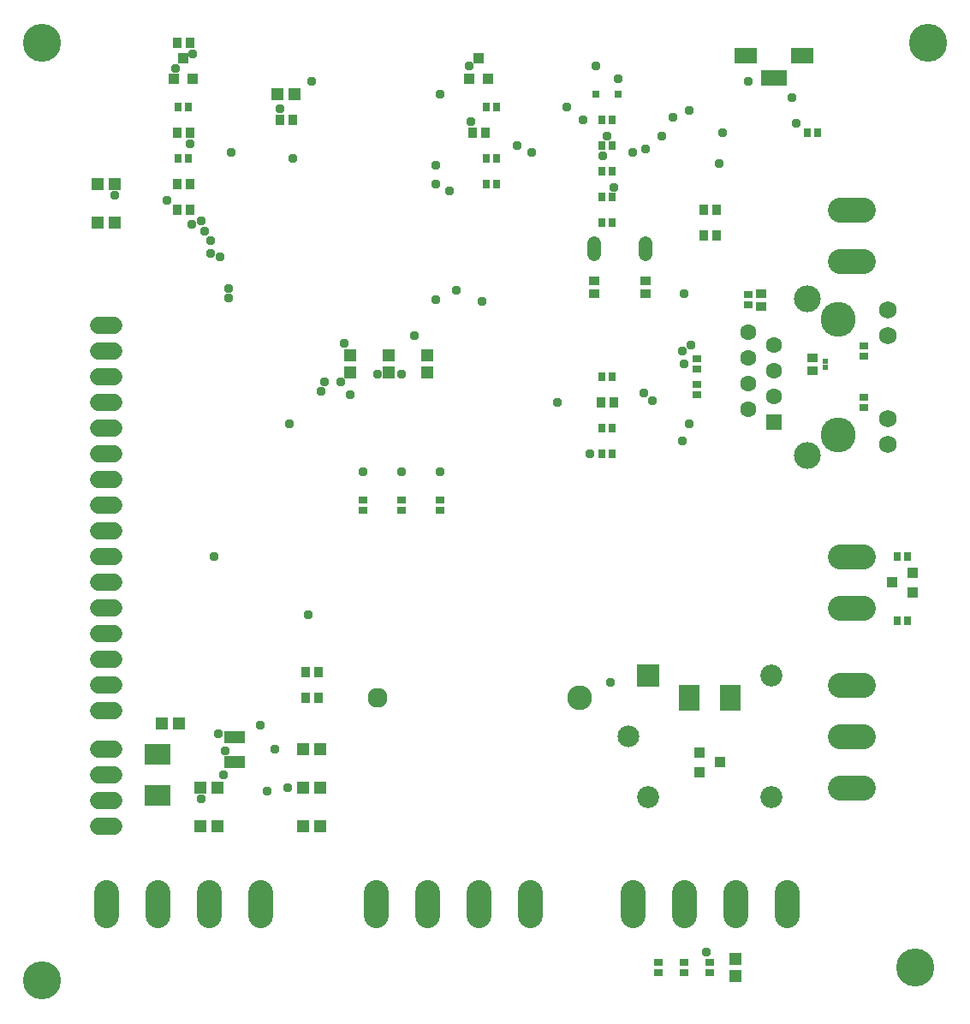
<source format=gbr>
G04 EAGLE Gerber RS-274X export*
G75*
%MOMM*%
%FSLAX34Y34*%
%LPD*%
%INSoldermask Bottom*%
%IPPOS*%
%AMOC8*
5,1,8,0,0,1.08239X$1,22.5*%
G01*
%ADD10C,1.958200*%
%ADD11C,2.453200*%
%ADD12R,1.303200X1.203200*%
%ADD13R,0.903200X1.103200*%
%ADD14R,1.103200X0.903200*%
%ADD15R,1.203200X1.303200*%
%ADD16R,0.703200X0.703200*%
%ADD17R,2.603200X2.003200*%
%ADD18R,2.003200X2.603200*%
%ADD19C,2.489200*%
%ADD20R,1.601200X1.601200*%
%ADD21C,1.601200*%
%ADD22C,1.733200*%
%ADD23C,2.648200*%
%ADD24C,3.453200*%
%ADD25R,2.271009X1.504012*%
%ADD26R,2.237781X1.505469*%
%ADD27R,2.505341X1.512391*%
%ADD28C,0.703200*%
%ADD29R,0.603200X0.583200*%
%ADD30R,1.003200X1.103200*%
%ADD31C,1.320800*%
%ADD32R,1.103200X1.003200*%
%ADD33R,2.003200X1.203200*%
%ADD34R,0.803200X0.903200*%
%ADD35R,0.903200X0.803200*%
%ADD36R,2.183200X2.183200*%
%ADD37C,2.138200*%
%ADD38C,2.183200*%
%ADD39C,1.727200*%
%ADD40C,0.959600*%
%ADD41C,3.759200*%


D10*
X369900Y317500D03*
D11*
X569900Y317500D03*
D12*
X110100Y787400D03*
X93100Y787400D03*
D13*
X463400Y876300D03*
X476400Y876300D03*
X184300Y876300D03*
X171300Y876300D03*
X311300Y342900D03*
X298300Y342900D03*
X311300Y317500D03*
X298300Y317500D03*
X705000Y774700D03*
X692000Y774700D03*
D14*
X800100Y654200D03*
X800100Y641200D03*
D13*
X705000Y800100D03*
X692000Y800100D03*
D12*
X287900Y914400D03*
X270900Y914400D03*
D13*
X272900Y889000D03*
X285900Y889000D03*
D15*
X723900Y42300D03*
X723900Y59300D03*
D13*
X184300Y800100D03*
X171300Y800100D03*
X184300Y825500D03*
X171300Y825500D03*
D12*
X110100Y825500D03*
X93100Y825500D03*
D13*
X603400Y609600D03*
X590400Y609600D03*
D14*
X749300Y704700D03*
X749300Y717700D03*
X635000Y730400D03*
X635000Y717400D03*
X584200Y730400D03*
X584200Y717400D03*
D13*
X184300Y965200D03*
X171300Y965200D03*
D16*
X607900Y914400D03*
X585900Y914400D03*
D17*
X152400Y221050D03*
X152400Y261550D03*
D18*
X718750Y317500D03*
X678250Y317500D03*
D19*
X826770Y457200D02*
X849630Y457200D01*
X849630Y406400D02*
X826770Y406400D01*
D20*
X762000Y590500D03*
D21*
X736600Y603200D03*
X762000Y615900D03*
X736600Y628600D03*
X762000Y641300D03*
X736600Y654000D03*
X762000Y666700D03*
X736600Y679400D03*
D22*
X874500Y568750D03*
X874500Y594150D03*
X874500Y701250D03*
X874500Y675850D03*
D23*
X795000Y557550D03*
X795000Y712450D03*
D24*
X825500Y692150D03*
X825500Y577850D03*
D19*
X254000Y125730D02*
X254000Y102870D01*
X203200Y102870D02*
X203200Y125730D01*
X152400Y125730D02*
X152400Y102870D01*
X101600Y102870D02*
X101600Y125730D01*
D25*
X733895Y952480D03*
D26*
X790061Y952473D03*
D27*
X761973Y930938D03*
D28*
X734000Y952500D03*
X790000Y952500D03*
X762000Y931000D03*
D29*
X812800Y644890D03*
X812800Y650510D03*
D19*
X826770Y800100D02*
X849630Y800100D01*
X849630Y749300D02*
X826770Y749300D01*
X774700Y125730D02*
X774700Y102870D01*
X723900Y102870D02*
X723900Y125730D01*
X673100Y125730D02*
X673100Y102870D01*
X622300Y102870D02*
X622300Y125730D01*
D30*
X177800Y949800D03*
X187300Y929800D03*
X168300Y929800D03*
X469900Y949800D03*
X479400Y929800D03*
X460400Y929800D03*
D31*
X584200Y767588D02*
X584200Y756412D01*
X635000Y756412D02*
X635000Y767588D01*
D32*
X708500Y254000D03*
X688500Y244500D03*
X688500Y263500D03*
D33*
X228600Y279200D03*
X228600Y254200D03*
D32*
X879000Y431800D03*
X899000Y441300D03*
X899000Y422300D03*
D34*
X601900Y889000D03*
X591900Y889000D03*
X487600Y850900D03*
X477600Y850900D03*
X182800Y850900D03*
X172800Y850900D03*
X487600Y825500D03*
X477600Y825500D03*
X601900Y558800D03*
X591900Y558800D03*
D15*
X313300Y190500D03*
X296300Y190500D03*
X313300Y228600D03*
X296300Y228600D03*
X173600Y292100D03*
X156600Y292100D03*
X296300Y266700D03*
X313300Y266700D03*
X194700Y190500D03*
X211700Y190500D03*
D34*
X795100Y876300D03*
X805100Y876300D03*
D15*
X194700Y228600D03*
X211700Y228600D03*
D34*
X487600Y901700D03*
X477600Y901700D03*
X894000Y393700D03*
X884000Y393700D03*
X601900Y812800D03*
X591900Y812800D03*
X591900Y863600D03*
X601900Y863600D03*
X601900Y838200D03*
X591900Y838200D03*
X591900Y787400D03*
X601900Y787400D03*
X894000Y457200D03*
X884000Y457200D03*
D35*
X673100Y55800D03*
X673100Y45800D03*
X698500Y55800D03*
X698500Y45800D03*
X685800Y642700D03*
X685800Y652700D03*
X647700Y55800D03*
X647700Y45800D03*
X355600Y513000D03*
X355600Y503000D03*
X393700Y513000D03*
X393700Y503000D03*
X431800Y513000D03*
X431800Y503000D03*
D12*
X342900Y656200D03*
X342900Y639200D03*
X381000Y656200D03*
X381000Y639200D03*
X419100Y656200D03*
X419100Y639200D03*
D34*
X182800Y901700D03*
X172800Y901700D03*
D35*
X685800Y627300D03*
X685800Y617300D03*
D34*
X591900Y635000D03*
X601900Y635000D03*
X591900Y584200D03*
X601900Y584200D03*
D35*
X736600Y716200D03*
X736600Y706200D03*
X850900Y655400D03*
X850900Y665400D03*
X850900Y614600D03*
X850900Y604600D03*
D36*
X637500Y339400D03*
D37*
X617500Y279400D03*
D38*
X637500Y219400D03*
X759500Y219400D03*
X759500Y339400D03*
D19*
X826770Y330200D02*
X849630Y330200D01*
X849630Y279400D02*
X826770Y279400D01*
X826770Y228600D02*
X849630Y228600D01*
D39*
X109220Y190500D02*
X93980Y190500D01*
X93980Y215900D02*
X109220Y215900D01*
X109220Y241300D02*
X93980Y241300D01*
X93980Y266700D02*
X109220Y266700D01*
D19*
X520700Y125730D02*
X520700Y102870D01*
X469900Y102870D02*
X469900Y125730D01*
X419100Y125730D02*
X419100Y102870D01*
X368300Y102870D02*
X368300Y125730D01*
D39*
X109220Y685800D02*
X93980Y685800D01*
X93980Y660400D02*
X109220Y660400D01*
X109220Y635000D02*
X93980Y635000D01*
X93980Y609600D02*
X109220Y609600D01*
X109220Y584200D02*
X93980Y584200D01*
X93980Y558800D02*
X109220Y558800D01*
X109220Y533400D02*
X93980Y533400D01*
X93980Y508000D02*
X109220Y508000D01*
X109220Y482600D02*
X93980Y482600D01*
X93980Y457200D02*
X109220Y457200D01*
X109220Y431800D02*
X93980Y431800D01*
X93980Y406400D02*
X109220Y406400D01*
X109220Y381000D02*
X93980Y381000D01*
X93980Y355600D02*
X109220Y355600D01*
X109220Y330200D02*
X93980Y330200D01*
X93980Y304800D02*
X109220Y304800D01*
D40*
X254000Y290513D03*
X585788Y942975D03*
X336550Y668338D03*
X161925Y809625D03*
X185738Y785813D03*
X522288Y857250D03*
X427038Y711200D03*
X304800Y927100D03*
X431800Y914400D03*
X711200Y876300D03*
X508000Y863600D03*
X736600Y927100D03*
X214313Y754063D03*
X273050Y900113D03*
X109538Y814388D03*
X596900Y873125D03*
X673100Y717550D03*
X650875Y873125D03*
X187325Y954088D03*
X184150Y865188D03*
X695325Y66675D03*
X406400Y676275D03*
X225425Y857250D03*
X285750Y850900D03*
X195263Y788988D03*
X198438Y779463D03*
X204788Y769938D03*
X204788Y757238D03*
X301625Y400050D03*
X333375Y630238D03*
X460375Y942975D03*
X461963Y887413D03*
X603250Y822325D03*
X557213Y901700D03*
X661988Y892175D03*
X708025Y846138D03*
X169863Y939800D03*
X779463Y911225D03*
X592138Y854075D03*
X573088Y889000D03*
X677863Y898525D03*
X784225Y885825D03*
X635000Y860425D03*
X622300Y857250D03*
X677863Y588963D03*
X671513Y571500D03*
X633413Y619125D03*
X641350Y611188D03*
X673100Y647700D03*
X679450Y666750D03*
X671513Y660400D03*
X473075Y709613D03*
X441325Y819150D03*
X579438Y558800D03*
X282575Y588963D03*
X260350Y225425D03*
X280988Y228600D03*
X212725Y282575D03*
X268288Y266700D03*
X217488Y241300D03*
X195263Y217488D03*
X219075Y265113D03*
X222250Y712788D03*
X314325Y620713D03*
X222250Y722313D03*
X317500Y630238D03*
X207963Y457200D03*
X427038Y844550D03*
X447675Y720725D03*
X427038Y825500D03*
X547688Y609600D03*
X342900Y617538D03*
X369888Y638175D03*
X393700Y638175D03*
X355600Y541338D03*
X393700Y541338D03*
X431800Y541338D03*
X600075Y333375D03*
X608013Y930275D03*
D41*
X38100Y38100D03*
X901700Y50800D03*
X38100Y965200D03*
X914400Y965200D03*
M02*

</source>
